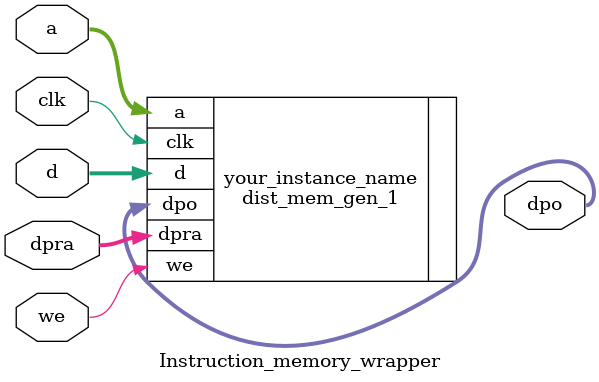
<source format=v>
`timescale 1ns / 1ps


module Instruction_memory_wrapper(a,d,dpra,clk,we,dpo);
    
    input [9:0] a,dpra;
    input clk,we;
    output [31:0] dpo;
    input [31:0] d; 
     
    dist_mem_gen_1 your_instance_name (
      .a(a),        // Write Address
      .d(d),        // Data to Write
      .dpra(dpra),  // Read Address
      .clk(clk),    // clk
      .we(we),      // Write enable
      .dpo(dpo)    // Data read from dpra address
    );
endmodule

</source>
